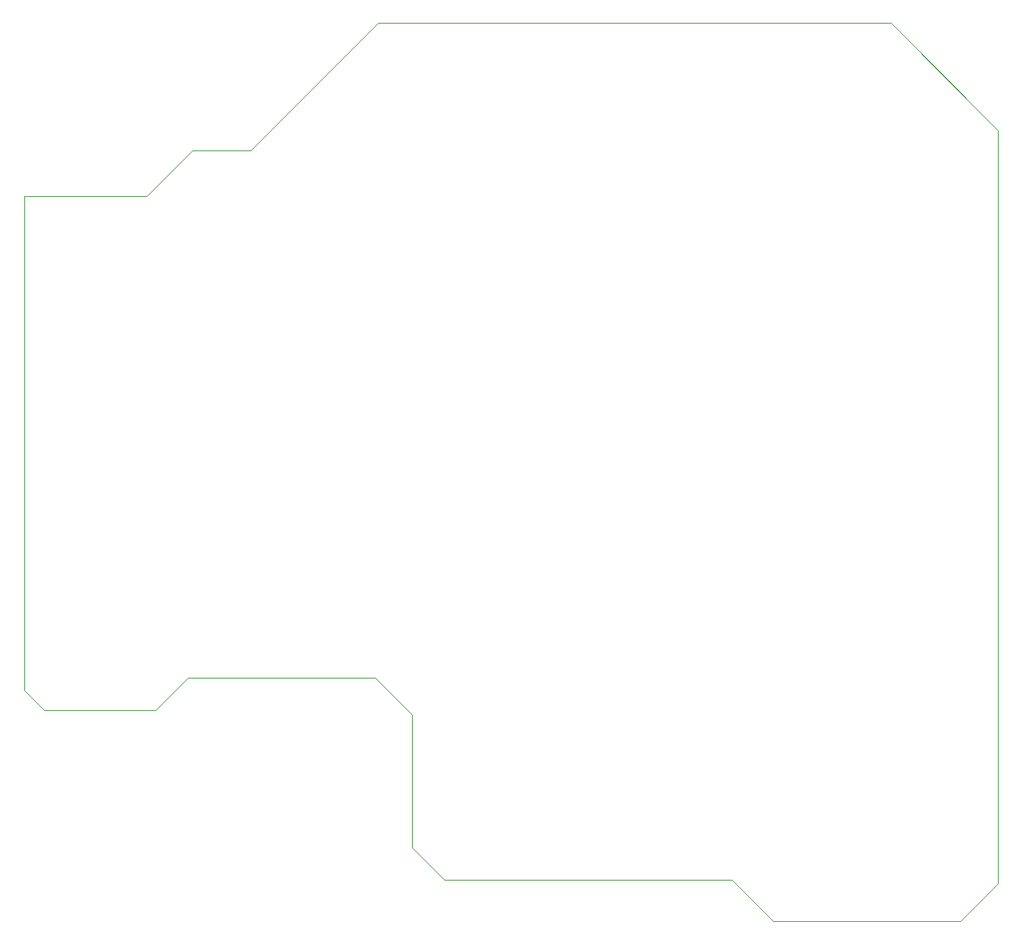
<source format=gbr>
%TF.GenerationSoftware,KiCad,Pcbnew,8.0.8*%
%TF.CreationDate,2025-02-15T19:25:02+01:00*%
%TF.ProjectId,sichergo-left,73696368-6572-4676-9f2d-6c6566742e6b,rev?*%
%TF.SameCoordinates,Original*%
%TF.FileFunction,Profile,NP*%
%FSLAX46Y46*%
G04 Gerber Fmt 4.6, Leading zero omitted, Abs format (unit mm)*
G04 Created by KiCad (PCBNEW 8.0.8) date 2025-02-15 19:25:02*
%MOMM*%
%LPD*%
G01*
G04 APERTURE LIST*
%TA.AperFunction,Profile*%
%ADD10C,0.050000*%
%TD*%
G04 APERTURE END LIST*
D10*
X202350000Y-63700000D02*
X202350000Y-150150000D01*
X198000000Y-154500000D01*
X176500000Y-154500000D01*
X171750000Y-149750000D01*
X138750000Y-149750000D01*
X135000000Y-146000000D01*
X135000000Y-130750000D01*
X130750000Y-126500000D01*
X109250000Y-126500000D01*
X105500000Y-130250000D01*
X92750000Y-130250000D01*
X90500000Y-128000000D01*
X90500000Y-71250000D01*
X104500000Y-71250000D01*
X109750000Y-66000000D01*
X116500000Y-66000000D01*
X131150000Y-51350000D01*
X190000000Y-51350000D01*
X202350000Y-63700000D01*
M02*

</source>
